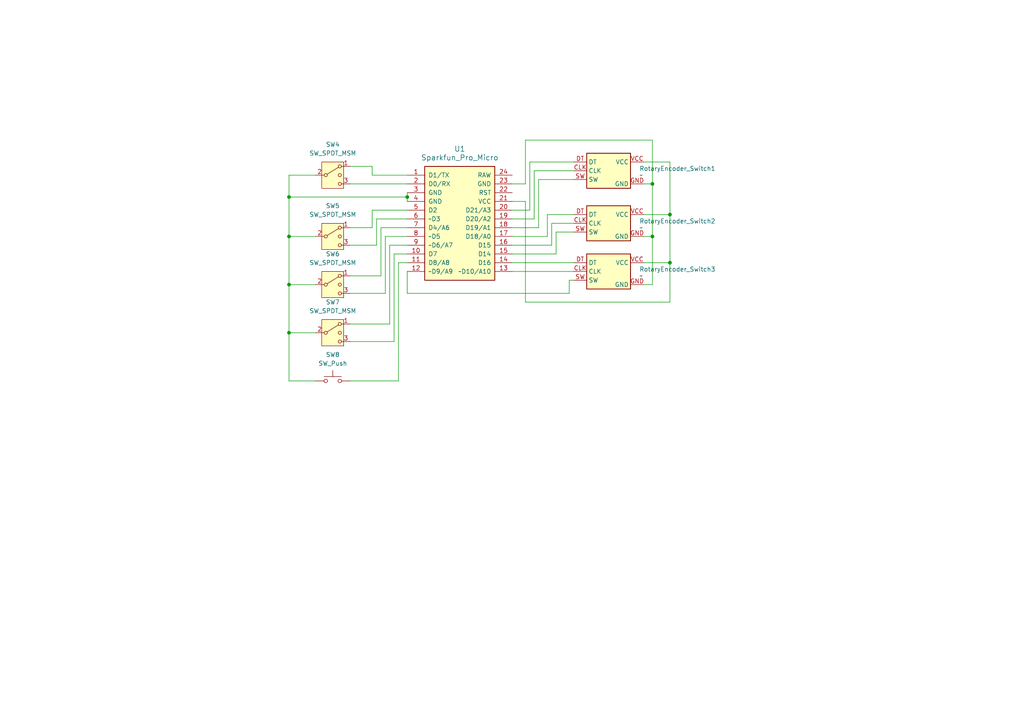
<source format=kicad_sch>
(kicad_sch
	(version 20231120)
	(generator "eeschema")
	(generator_version "8.0")
	(uuid "1e0e1b28-f6bb-4218-ab83-9b1d927bd31c")
	(paper "A4")
	(lib_symbols
		(symbol "Arduino:Sparkfun_Pro_Micro"
			(pin_names
				(offset 1.016)
			)
			(exclude_from_sim no)
			(in_bom yes)
			(on_board yes)
			(property "Reference" "U"
				(at -8.89 21.59 0)
				(effects
					(font
						(size 1.524 1.524)
					)
				)
			)
			(property "Value" "Sparkfun_Pro_Micro"
				(at 0 19.05 0)
				(effects
					(font
						(size 1.524 1.524)
					)
				)
			)
			(property "Footprint" "Arduino:Sparkfun_Pro_Micro"
				(at 0 -16.51 0)
				(effects
					(font
						(size 1.524 1.524)
					)
					(hide yes)
				)
			)
			(property "Datasheet" "https://www.sparkfun.com/products/12640"
				(at 2.54 -26.67 0)
				(effects
					(font
						(size 1.524 1.524)
					)
					(hide yes)
				)
			)
			(property "Description" "Sparkfun Pro Micro"
				(at 0 0 0)
				(effects
					(font
						(size 1.27 1.27)
					)
					(hide yes)
				)
			)
			(property "ki_keywords" "Arduino Sparkfun pro micro microcontroller module USB"
				(at 0 0 0)
				(effects
					(font
						(size 1.27 1.27)
					)
					(hide yes)
				)
			)
			(symbol "Sparkfun_Pro_Micro_0_1"
				(rectangle
					(start -10.16 17.78)
					(end 10.16 -15.24)
					(stroke
						(width 0.254)
						(type solid)
					)
					(fill
						(type background)
					)
				)
			)
			(symbol "Sparkfun_Pro_Micro_1_1"
				(pin bidirectional line
					(at -15.24 15.24 0)
					(length 5.08)
					(name "D1/TX"
						(effects
							(font
								(size 1.27 1.27)
							)
						)
					)
					(number "1"
						(effects
							(font
								(size 1.27 1.27)
							)
						)
					)
				)
				(pin bidirectional line
					(at -15.24 -7.62 0)
					(length 5.08)
					(name "D7"
						(effects
							(font
								(size 1.27 1.27)
							)
						)
					)
					(number "10"
						(effects
							(font
								(size 1.27 1.27)
							)
						)
					)
				)
				(pin bidirectional line
					(at -15.24 -10.16 0)
					(length 5.08)
					(name "D8/A8"
						(effects
							(font
								(size 1.27 1.27)
							)
						)
					)
					(number "11"
						(effects
							(font
								(size 1.27 1.27)
							)
						)
					)
				)
				(pin bidirectional line
					(at -15.24 -12.7 0)
					(length 5.08)
					(name "~D9/A9"
						(effects
							(font
								(size 1.27 1.27)
							)
						)
					)
					(number "12"
						(effects
							(font
								(size 1.27 1.27)
							)
						)
					)
				)
				(pin bidirectional line
					(at 15.24 -12.7 180)
					(length 5.08)
					(name "~D10/A10"
						(effects
							(font
								(size 1.27 1.27)
							)
						)
					)
					(number "13"
						(effects
							(font
								(size 1.27 1.27)
							)
						)
					)
				)
				(pin bidirectional line
					(at 15.24 -10.16 180)
					(length 5.08)
					(name "D16"
						(effects
							(font
								(size 1.27 1.27)
							)
						)
					)
					(number "14"
						(effects
							(font
								(size 1.27 1.27)
							)
						)
					)
				)
				(pin bidirectional line
					(at 15.24 -7.62 180)
					(length 5.08)
					(name "D14"
						(effects
							(font
								(size 1.27 1.27)
							)
						)
					)
					(number "15"
						(effects
							(font
								(size 1.27 1.27)
							)
						)
					)
				)
				(pin bidirectional line
					(at 15.24 -5.08 180)
					(length 5.08)
					(name "D15"
						(effects
							(font
								(size 1.27 1.27)
							)
						)
					)
					(number "16"
						(effects
							(font
								(size 1.27 1.27)
							)
						)
					)
				)
				(pin bidirectional line
					(at 15.24 -2.54 180)
					(length 5.08)
					(name "D18/A0"
						(effects
							(font
								(size 1.27 1.27)
							)
						)
					)
					(number "17"
						(effects
							(font
								(size 1.27 1.27)
							)
						)
					)
				)
				(pin bidirectional line
					(at 15.24 0 180)
					(length 5.08)
					(name "D19/A1"
						(effects
							(font
								(size 1.27 1.27)
							)
						)
					)
					(number "18"
						(effects
							(font
								(size 1.27 1.27)
							)
						)
					)
				)
				(pin bidirectional line
					(at 15.24 2.54 180)
					(length 5.08)
					(name "D20/A2"
						(effects
							(font
								(size 1.27 1.27)
							)
						)
					)
					(number "19"
						(effects
							(font
								(size 1.27 1.27)
							)
						)
					)
				)
				(pin bidirectional line
					(at -15.24 12.7 0)
					(length 5.08)
					(name "D0/RX"
						(effects
							(font
								(size 1.27 1.27)
							)
						)
					)
					(number "2"
						(effects
							(font
								(size 1.27 1.27)
							)
						)
					)
				)
				(pin bidirectional line
					(at 15.24 5.08 180)
					(length 5.08)
					(name "D21/A3"
						(effects
							(font
								(size 1.27 1.27)
							)
						)
					)
					(number "20"
						(effects
							(font
								(size 1.27 1.27)
							)
						)
					)
				)
				(pin power_in line
					(at 15.24 7.62 180)
					(length 5.08)
					(name "VCC"
						(effects
							(font
								(size 1.27 1.27)
							)
						)
					)
					(number "21"
						(effects
							(font
								(size 1.27 1.27)
							)
						)
					)
				)
				(pin input line
					(at 15.24 10.16 180)
					(length 5.08)
					(name "RST"
						(effects
							(font
								(size 1.27 1.27)
							)
						)
					)
					(number "22"
						(effects
							(font
								(size 1.27 1.27)
							)
						)
					)
				)
				(pin power_in line
					(at 15.24 12.7 180)
					(length 5.08)
					(name "GND"
						(effects
							(font
								(size 1.27 1.27)
							)
						)
					)
					(number "23"
						(effects
							(font
								(size 1.27 1.27)
							)
						)
					)
				)
				(pin power_in line
					(at 15.24 15.24 180)
					(length 5.08)
					(name "RAW"
						(effects
							(font
								(size 1.27 1.27)
							)
						)
					)
					(number "24"
						(effects
							(font
								(size 1.27 1.27)
							)
						)
					)
				)
				(pin power_in line
					(at -15.24 10.16 0)
					(length 5.08)
					(name "GND"
						(effects
							(font
								(size 1.27 1.27)
							)
						)
					)
					(number "3"
						(effects
							(font
								(size 1.27 1.27)
							)
						)
					)
				)
				(pin power_in line
					(at -15.24 7.62 0)
					(length 5.08)
					(name "GND"
						(effects
							(font
								(size 1.27 1.27)
							)
						)
					)
					(number "4"
						(effects
							(font
								(size 1.27 1.27)
							)
						)
					)
				)
				(pin bidirectional line
					(at -15.24 5.08 0)
					(length 5.08)
					(name "D2"
						(effects
							(font
								(size 1.27 1.27)
							)
						)
					)
					(number "5"
						(effects
							(font
								(size 1.27 1.27)
							)
						)
					)
				)
				(pin bidirectional line
					(at -15.24 2.54 0)
					(length 5.08)
					(name "~D3"
						(effects
							(font
								(size 1.27 1.27)
							)
						)
					)
					(number "6"
						(effects
							(font
								(size 1.27 1.27)
							)
						)
					)
				)
				(pin bidirectional line
					(at -15.24 0 0)
					(length 5.08)
					(name "D4/A6"
						(effects
							(font
								(size 1.27 1.27)
							)
						)
					)
					(number "7"
						(effects
							(font
								(size 1.27 1.27)
							)
						)
					)
				)
				(pin bidirectional line
					(at -15.24 -2.54 0)
					(length 5.08)
					(name "~D5"
						(effects
							(font
								(size 1.27 1.27)
							)
						)
					)
					(number "8"
						(effects
							(font
								(size 1.27 1.27)
							)
						)
					)
				)
				(pin bidirectional line
					(at -15.24 -5.08 0)
					(length 5.08)
					(name "~D6/A7"
						(effects
							(font
								(size 1.27 1.27)
							)
						)
					)
					(number "9"
						(effects
							(font
								(size 1.27 1.27)
							)
						)
					)
				)
			)
		)
		(symbol "ControllerSymbols:RotaryEncoder_Switch_KY40"
			(exclude_from_sim no)
			(in_bom yes)
			(on_board yes)
			(property "Reference" "RotaryEncoder_Switch"
				(at -0.254 -9.906 0)
				(effects
					(font
						(size 1.27 1.27)
					)
				)
			)
			(property "Value" ""
				(at -2.54 2.54 0)
				(effects
					(font
						(size 1.27 1.27)
					)
				)
			)
			(property "Footprint" ""
				(at -2.54 2.54 0)
				(effects
					(font
						(size 1.27 1.27)
					)
					(hide yes)
				)
			)
			(property "Datasheet" ""
				(at -2.54 2.54 0)
				(effects
					(font
						(size 1.27 1.27)
					)
					(hide yes)
				)
			)
			(property "Description" ""
				(at -2.54 2.54 0)
				(effects
					(font
						(size 1.27 1.27)
					)
					(hide yes)
				)
			)
			(symbol "RotaryEncoder_Switch_KY40_1_1"
				(rectangle
					(start -6.35 5.08)
					(end 6.35 -5.08)
					(stroke
						(width 0.254)
						(type default)
					)
					(fill
						(type color)
						(color 255 255 194 1)
					)
				)
				(pin passive line
					(at -10.16 0 0)
					(length 3.81)
					(name "CLK"
						(effects
							(font
								(size 1.27 1.27)
							)
						)
					)
					(number "CLK"
						(effects
							(font
								(size 1.27 1.27)
							)
						)
					)
				)
				(pin passive line
					(at -10.16 2.54 0)
					(length 3.81)
					(name "DT"
						(effects
							(font
								(size 1.27 1.27)
							)
						)
					)
					(number "DT"
						(effects
							(font
								(size 1.27 1.27)
							)
						)
					)
				)
				(pin passive line
					(at 10.16 -3.81 180)
					(length 3.81)
					(name "GND"
						(effects
							(font
								(size 1.27 1.27)
							)
						)
					)
					(number "GND"
						(effects
							(font
								(size 1.27 1.27)
							)
						)
					)
				)
				(pin passive line
					(at -10.16 -2.54 0)
					(length 3.81)
					(name "SW"
						(effects
							(font
								(size 1.27 1.27)
							)
						)
					)
					(number "SW"
						(effects
							(font
								(size 1.27 1.27)
							)
						)
					)
				)
				(pin input line
					(at 10.16 2.54 180)
					(length 3.81)
					(name "VCC"
						(effects
							(font
								(size 1.27 1.27)
							)
						)
					)
					(number "VCC"
						(effects
							(font
								(size 1.27 1.27)
							)
						)
					)
				)
			)
		)
		(symbol "Switch:SW_Push"
			(pin_numbers hide)
			(pin_names
				(offset 1.016) hide)
			(exclude_from_sim no)
			(in_bom yes)
			(on_board yes)
			(property "Reference" "SW"
				(at 1.27 2.54 0)
				(effects
					(font
						(size 1.27 1.27)
					)
					(justify left)
				)
			)
			(property "Value" "SW_Push"
				(at 0 -1.524 0)
				(effects
					(font
						(size 1.27 1.27)
					)
				)
			)
			(property "Footprint" ""
				(at 0 5.08 0)
				(effects
					(font
						(size 1.27 1.27)
					)
					(hide yes)
				)
			)
			(property "Datasheet" "~"
				(at 0 5.08 0)
				(effects
					(font
						(size 1.27 1.27)
					)
					(hide yes)
				)
			)
			(property "Description" "Push button switch, generic, two pins"
				(at 0 0 0)
				(effects
					(font
						(size 1.27 1.27)
					)
					(hide yes)
				)
			)
			(property "ki_keywords" "switch normally-open pushbutton push-button"
				(at 0 0 0)
				(effects
					(font
						(size 1.27 1.27)
					)
					(hide yes)
				)
			)
			(symbol "SW_Push_0_1"
				(circle
					(center -2.032 0)
					(radius 0.508)
					(stroke
						(width 0)
						(type default)
					)
					(fill
						(type none)
					)
				)
				(polyline
					(pts
						(xy 0 1.27) (xy 0 3.048)
					)
					(stroke
						(width 0)
						(type default)
					)
					(fill
						(type none)
					)
				)
				(polyline
					(pts
						(xy 2.54 1.27) (xy -2.54 1.27)
					)
					(stroke
						(width 0)
						(type default)
					)
					(fill
						(type none)
					)
				)
				(circle
					(center 2.032 0)
					(radius 0.508)
					(stroke
						(width 0)
						(type default)
					)
					(fill
						(type none)
					)
				)
				(pin passive line
					(at -5.08 0 0)
					(length 2.54)
					(name "1"
						(effects
							(font
								(size 1.27 1.27)
							)
						)
					)
					(number "1"
						(effects
							(font
								(size 1.27 1.27)
							)
						)
					)
				)
				(pin passive line
					(at 5.08 0 180)
					(length 2.54)
					(name "2"
						(effects
							(font
								(size 1.27 1.27)
							)
						)
					)
					(number "2"
						(effects
							(font
								(size 1.27 1.27)
							)
						)
					)
				)
			)
		)
		(symbol "Switch:SW_SPDT_MSM"
			(pin_names
				(offset 0) hide)
			(exclude_from_sim no)
			(in_bom yes)
			(on_board yes)
			(property "Reference" "SW"
				(at 0 5.08 0)
				(effects
					(font
						(size 1.27 1.27)
					)
				)
			)
			(property "Value" "SW_SPDT_MSM"
				(at 0 -5.08 0)
				(effects
					(font
						(size 1.27 1.27)
					)
				)
			)
			(property "Footprint" ""
				(at -13.97 11.43 0)
				(effects
					(font
						(size 1.27 1.27)
					)
					(hide yes)
				)
			)
			(property "Datasheet" "~"
				(at 0 -7.62 0)
				(effects
					(font
						(size 1.27 1.27)
					)
					(hide yes)
				)
			)
			(property "Description" "Switch, single pole double throw, center OFF position"
				(at 0 0 0)
				(effects
					(font
						(size 1.27 1.27)
					)
					(hide yes)
				)
			)
			(property "ki_keywords" "switch spdt single-pole double-throw ON-OFF-ON"
				(at 0 0 0)
				(effects
					(font
						(size 1.27 1.27)
					)
					(hide yes)
				)
			)
			(symbol "SW_SPDT_MSM_0_1"
				(circle
					(center -2.032 0)
					(radius 0.4572)
					(stroke
						(width 0)
						(type default)
					)
					(fill
						(type none)
					)
				)
				(polyline
					(pts
						(xy -1.651 0.254) (xy 1.651 2.286)
					)
					(stroke
						(width 0)
						(type default)
					)
					(fill
						(type none)
					)
				)
				(circle
					(center 2.032 -2.54)
					(radius 0.4572)
					(stroke
						(width 0)
						(type default)
					)
					(fill
						(type none)
					)
				)
				(circle
					(center 2.032 0)
					(radius 0.4572)
					(stroke
						(width 0)
						(type default)
					)
					(fill
						(type none)
					)
				)
				(circle
					(center 2.032 2.54)
					(radius 0.4572)
					(stroke
						(width 0)
						(type default)
					)
					(fill
						(type none)
					)
				)
			)
			(symbol "SW_SPDT_MSM_1_1"
				(rectangle
					(start -3.175 3.81)
					(end 3.175 -3.81)
					(stroke
						(width 0)
						(type default)
					)
					(fill
						(type background)
					)
				)
				(pin passive line
					(at 5.08 2.54 180)
					(length 2.54)
					(name "1"
						(effects
							(font
								(size 1.27 1.27)
							)
						)
					)
					(number "1"
						(effects
							(font
								(size 1.27 1.27)
							)
						)
					)
				)
				(pin passive line
					(at -5.08 0 0)
					(length 2.54)
					(name "3"
						(effects
							(font
								(size 1.27 1.27)
							)
						)
					)
					(number "2"
						(effects
							(font
								(size 1.27 1.27)
							)
						)
					)
				)
				(pin passive line
					(at 5.08 -2.54 180)
					(length 2.54)
					(name "4"
						(effects
							(font
								(size 1.27 1.27)
							)
						)
					)
					(number "3"
						(effects
							(font
								(size 1.27 1.27)
							)
						)
					)
				)
			)
		)
	)
	(junction
		(at 194.31 62.23)
		(diameter 0)
		(color 0 0 0 0)
		(uuid "2a78db63-fbb1-4aae-bbc6-c28543bb60ab")
	)
	(junction
		(at 83.82 82.55)
		(diameter 0)
		(color 0 0 0 0)
		(uuid "2ece2099-ff70-4b6b-a589-24577aad2efd")
	)
	(junction
		(at 189.23 53.34)
		(diameter 0)
		(color 0 0 0 0)
		(uuid "3073f974-17c5-4f39-9ea8-dadea65b3445")
	)
	(junction
		(at 189.23 68.58)
		(diameter 0)
		(color 0 0 0 0)
		(uuid "40de2bff-d4bf-4536-a1ad-d2366e50b566")
	)
	(junction
		(at 83.82 57.15)
		(diameter 0)
		(color 0 0 0 0)
		(uuid "8074d9d1-414b-40ae-ba30-2c9aa88475e5")
	)
	(junction
		(at 83.82 68.58)
		(diameter 0)
		(color 0 0 0 0)
		(uuid "90ce2e31-2eac-4d66-92a0-14e0429ccd2e")
	)
	(junction
		(at 194.31 76.2)
		(diameter 0)
		(color 0 0 0 0)
		(uuid "9a503ac1-5629-48ff-aa03-6039a6e8bac9")
	)
	(junction
		(at 83.82 96.52)
		(diameter 0)
		(color 0 0 0 0)
		(uuid "a50c5171-7d73-4cdb-9ba3-51ec0a892e4c")
	)
	(junction
		(at 118.11 57.15)
		(diameter 0)
		(color 0 0 0 0)
		(uuid "f27d5846-b529-47de-9335-220af017f79c")
	)
	(wire
		(pts
			(xy 153.67 46.99) (xy 153.67 60.96)
		)
		(stroke
			(width 0)
			(type default)
		)
		(uuid "065e6a11-1eb1-4aed-b642-bec5974c5bd2")
	)
	(wire
		(pts
			(xy 83.82 50.8) (xy 91.44 50.8)
		)
		(stroke
			(width 0)
			(type default)
		)
		(uuid "08a657a1-3ca6-4211-9987-eddcb6d535ad")
	)
	(wire
		(pts
			(xy 186.69 68.58) (xy 189.23 68.58)
		)
		(stroke
			(width 0)
			(type default)
		)
		(uuid "0d160f9b-2ce7-400e-9725-af3d136ad2fc")
	)
	(wire
		(pts
			(xy 83.82 82.55) (xy 83.82 96.52)
		)
		(stroke
			(width 0)
			(type default)
		)
		(uuid "0ddd7936-c8b0-4d42-97e0-fd60864c7cca")
	)
	(wire
		(pts
			(xy 186.69 76.2) (xy 194.31 76.2)
		)
		(stroke
			(width 0)
			(type default)
		)
		(uuid "14b272f2-3579-4b52-8078-c01806cc0b22")
	)
	(wire
		(pts
			(xy 148.59 66.04) (xy 156.21 66.04)
		)
		(stroke
			(width 0)
			(type default)
		)
		(uuid "1566f0c5-1d6e-4244-b717-09ac8df8d81f")
	)
	(wire
		(pts
			(xy 114.3 99.06) (xy 114.3 73.66)
		)
		(stroke
			(width 0)
			(type default)
		)
		(uuid "1573d640-35b1-449b-91df-b0fee0b2acc8")
	)
	(wire
		(pts
			(xy 161.29 67.31) (xy 161.29 73.66)
		)
		(stroke
			(width 0)
			(type default)
		)
		(uuid "15d2cc3b-22b7-4098-9e8b-ad99d25eadc5")
	)
	(wire
		(pts
			(xy 158.75 62.23) (xy 158.75 68.58)
		)
		(stroke
			(width 0)
			(type default)
		)
		(uuid "1799df96-b237-4c14-a48f-76230d9774c2")
	)
	(wire
		(pts
			(xy 189.23 68.58) (xy 189.23 82.55)
		)
		(stroke
			(width 0)
			(type default)
		)
		(uuid "18733719-3acf-4564-b630-02cafadf80b7")
	)
	(wire
		(pts
			(xy 83.82 68.58) (xy 83.82 82.55)
		)
		(stroke
			(width 0)
			(type default)
		)
		(uuid "1ca002cc-9857-45ff-ac85-0cca7ef0314b")
	)
	(wire
		(pts
			(xy 101.6 66.04) (xy 107.95 66.04)
		)
		(stroke
			(width 0)
			(type default)
		)
		(uuid "1e397656-9b23-46cc-82fd-b246368199e6")
	)
	(wire
		(pts
			(xy 110.49 66.04) (xy 118.11 66.04)
		)
		(stroke
			(width 0)
			(type default)
		)
		(uuid "21a4ded8-ea3f-4c66-9744-2597de15075d")
	)
	(wire
		(pts
			(xy 194.31 62.23) (xy 194.31 76.2)
		)
		(stroke
			(width 0)
			(type default)
		)
		(uuid "21e336b8-92e7-462c-b2a4-c30c973529b3")
	)
	(wire
		(pts
			(xy 107.95 60.96) (xy 118.11 60.96)
		)
		(stroke
			(width 0)
			(type default)
		)
		(uuid "28a78daa-3b2d-4360-ae91-a9c74d96a7da")
	)
	(wire
		(pts
			(xy 194.31 46.99) (xy 194.31 62.23)
		)
		(stroke
			(width 0)
			(type default)
		)
		(uuid "2d331c5b-b17f-4ca3-be67-a2e33336b1c8")
	)
	(wire
		(pts
			(xy 91.44 110.49) (xy 83.82 110.49)
		)
		(stroke
			(width 0)
			(type default)
		)
		(uuid "2d54ae91-e750-4fa6-95f0-f1b821d6c411")
	)
	(wire
		(pts
			(xy 83.82 68.58) (xy 91.44 68.58)
		)
		(stroke
			(width 0)
			(type default)
		)
		(uuid "30519c8a-667e-4992-8813-f48b402ccf1f")
	)
	(wire
		(pts
			(xy 166.37 67.31) (xy 161.29 67.31)
		)
		(stroke
			(width 0)
			(type default)
		)
		(uuid "3159e221-2bbc-4ec1-81a6-0751b3d4d138")
	)
	(wire
		(pts
			(xy 83.82 82.55) (xy 91.44 82.55)
		)
		(stroke
			(width 0)
			(type default)
		)
		(uuid "32ad655a-8519-4b3e-af6a-b7d88fc584ff")
	)
	(wire
		(pts
			(xy 114.3 73.66) (xy 118.11 73.66)
		)
		(stroke
			(width 0)
			(type default)
		)
		(uuid "338d9231-c7db-4471-a02a-cf261e2290eb")
	)
	(wire
		(pts
			(xy 166.37 64.77) (xy 160.02 64.77)
		)
		(stroke
			(width 0)
			(type default)
		)
		(uuid "35e92990-c190-4fa5-805b-d9a5fdc9b8dd")
	)
	(wire
		(pts
			(xy 118.11 85.09) (xy 165.1 85.09)
		)
		(stroke
			(width 0)
			(type default)
		)
		(uuid "391b4550-3c99-4a9a-bf91-0017bce587a3")
	)
	(wire
		(pts
			(xy 148.59 78.74) (xy 166.37 78.74)
		)
		(stroke
			(width 0)
			(type default)
		)
		(uuid "3a019cf0-32c6-4507-a3bc-0619d6f0eb06")
	)
	(wire
		(pts
			(xy 83.82 57.15) (xy 83.82 68.58)
		)
		(stroke
			(width 0)
			(type default)
		)
		(uuid "47aa2ad9-1503-4bc9-a01a-d3299d36715d")
	)
	(wire
		(pts
			(xy 148.59 71.12) (xy 160.02 71.12)
		)
		(stroke
			(width 0)
			(type default)
		)
		(uuid "492b57d5-087c-41c8-933e-87da9f3955cd")
	)
	(wire
		(pts
			(xy 107.95 48.26) (xy 107.95 50.8)
		)
		(stroke
			(width 0)
			(type default)
		)
		(uuid "4fc73aac-4007-465d-b296-f56aa79c52ae")
	)
	(wire
		(pts
			(xy 156.21 52.07) (xy 156.21 66.04)
		)
		(stroke
			(width 0)
			(type default)
		)
		(uuid "5d36d061-1378-4a20-853d-944f7ef37a6d")
	)
	(wire
		(pts
			(xy 186.69 82.55) (xy 189.23 82.55)
		)
		(stroke
			(width 0)
			(type default)
		)
		(uuid "5dbf0a90-0f97-47c3-9ffa-68441ce775fd")
	)
	(wire
		(pts
			(xy 101.6 71.12) (xy 109.22 71.12)
		)
		(stroke
			(width 0)
			(type default)
		)
		(uuid "62e2c489-386a-4b41-8bfe-70175cfb05da")
	)
	(wire
		(pts
			(xy 194.31 76.2) (xy 194.31 87.63)
		)
		(stroke
			(width 0)
			(type default)
		)
		(uuid "691a08a8-03f9-4635-a8c6-286c9c7a9059")
	)
	(wire
		(pts
			(xy 186.69 62.23) (xy 194.31 62.23)
		)
		(stroke
			(width 0)
			(type default)
		)
		(uuid "69339627-2640-4ce3-b82e-a643fd7db76a")
	)
	(wire
		(pts
			(xy 165.1 81.28) (xy 165.1 85.09)
		)
		(stroke
			(width 0)
			(type default)
		)
		(uuid "6a7c4047-3151-4e61-a970-99a64672cc5d")
	)
	(wire
		(pts
			(xy 186.69 53.34) (xy 189.23 53.34)
		)
		(stroke
			(width 0)
			(type default)
		)
		(uuid "6aed3711-7b56-4820-8bbf-45d06944a6ea")
	)
	(wire
		(pts
			(xy 111.76 68.58) (xy 118.11 68.58)
		)
		(stroke
			(width 0)
			(type default)
		)
		(uuid "6b36466e-d5c6-4359-b446-40cb4a8a33e2")
	)
	(wire
		(pts
			(xy 194.31 87.63) (xy 152.4 87.63)
		)
		(stroke
			(width 0)
			(type default)
		)
		(uuid "6ca5909c-9e95-4d24-8dac-803ed262f2a7")
	)
	(wire
		(pts
			(xy 118.11 57.15) (xy 118.11 55.88)
		)
		(stroke
			(width 0)
			(type default)
		)
		(uuid "6e42c475-6cfd-4061-a49e-fbe6c85ef1a5")
	)
	(wire
		(pts
			(xy 189.23 40.64) (xy 152.4 40.64)
		)
		(stroke
			(width 0)
			(type default)
		)
		(uuid "72435f28-ed99-42eb-8694-dc64a441cd46")
	)
	(wire
		(pts
			(xy 152.4 40.64) (xy 152.4 53.34)
		)
		(stroke
			(width 0)
			(type default)
		)
		(uuid "7431bd0d-e01f-41f5-90fa-b74b5c1264c2")
	)
	(wire
		(pts
			(xy 107.95 50.8) (xy 118.11 50.8)
		)
		(stroke
			(width 0)
			(type default)
		)
		(uuid "758926a0-8d00-4cd8-bc7f-843de5047334")
	)
	(wire
		(pts
			(xy 166.37 52.07) (xy 156.21 52.07)
		)
		(stroke
			(width 0)
			(type default)
		)
		(uuid "76db8daa-b847-4535-bade-d7ce727d7795")
	)
	(wire
		(pts
			(xy 101.6 93.98) (xy 113.03 93.98)
		)
		(stroke
			(width 0)
			(type default)
		)
		(uuid "7a6ebd9d-9549-4535-a30c-b1dedbc6544c")
	)
	(wire
		(pts
			(xy 118.11 57.15) (xy 118.11 58.42)
		)
		(stroke
			(width 0)
			(type default)
		)
		(uuid "7d7c3f88-ec98-435b-afd0-0ead4958bb3a")
	)
	(wire
		(pts
			(xy 189.23 53.34) (xy 189.23 68.58)
		)
		(stroke
			(width 0)
			(type default)
		)
		(uuid "7eadd0a5-1c4f-4a3f-8633-cababc63e1fe")
	)
	(wire
		(pts
			(xy 107.95 60.96) (xy 107.95 66.04)
		)
		(stroke
			(width 0)
			(type default)
		)
		(uuid "82b9ddc4-ba84-47ec-ba75-30244793335b")
	)
	(wire
		(pts
			(xy 152.4 53.34) (xy 148.59 53.34)
		)
		(stroke
			(width 0)
			(type default)
		)
		(uuid "88a0ac45-75eb-4e0b-91bb-e9463910e986")
	)
	(wire
		(pts
			(xy 83.82 57.15) (xy 118.11 57.15)
		)
		(stroke
			(width 0)
			(type default)
		)
		(uuid "8d43842b-209e-4e9f-8e36-898b53bf8b68")
	)
	(wire
		(pts
			(xy 111.76 85.09) (xy 111.76 68.58)
		)
		(stroke
			(width 0)
			(type default)
		)
		(uuid "8ecc0b28-5a7d-4b3f-a104-0a8871169c38")
	)
	(wire
		(pts
			(xy 113.03 71.12) (xy 118.11 71.12)
		)
		(stroke
			(width 0)
			(type default)
		)
		(uuid "917ba88b-c85c-4a94-bf06-00997a41a4b2")
	)
	(wire
		(pts
			(xy 161.29 73.66) (xy 148.59 73.66)
		)
		(stroke
			(width 0)
			(type default)
		)
		(uuid "932707b1-cf7a-4633-8ba4-58a3a41a297d")
	)
	(wire
		(pts
			(xy 107.95 48.26) (xy 101.6 48.26)
		)
		(stroke
			(width 0)
			(type default)
		)
		(uuid "9675bed2-4732-4c95-8dab-6aaaf72c8d1b")
	)
	(wire
		(pts
			(xy 115.57 110.49) (xy 115.57 76.2)
		)
		(stroke
			(width 0)
			(type default)
		)
		(uuid "972bb155-1f9c-4652-8d0c-58e9d057ef1f")
	)
	(wire
		(pts
			(xy 109.22 71.12) (xy 109.22 63.5)
		)
		(stroke
			(width 0)
			(type default)
		)
		(uuid "978d9607-aee4-4e8d-8221-7174662b7805")
	)
	(wire
		(pts
			(xy 158.75 68.58) (xy 148.59 68.58)
		)
		(stroke
			(width 0)
			(type default)
		)
		(uuid "9b17b5fc-eb17-4ae9-bb0f-b12df45d2fd7")
	)
	(wire
		(pts
			(xy 110.49 80.01) (xy 110.49 66.04)
		)
		(stroke
			(width 0)
			(type default)
		)
		(uuid "9d3f46d9-a4b9-4587-9e22-f7c6d1a86aec")
	)
	(wire
		(pts
			(xy 186.69 46.99) (xy 194.31 46.99)
		)
		(stroke
			(width 0)
			(type default)
		)
		(uuid "9e513904-b2ca-40de-a70b-2c8f7c077f89")
	)
	(wire
		(pts
			(xy 101.6 99.06) (xy 114.3 99.06)
		)
		(stroke
			(width 0)
			(type default)
		)
		(uuid "9e68aeb0-42ac-40ea-b59d-3dba1e01123a")
	)
	(wire
		(pts
			(xy 83.82 50.8) (xy 83.82 57.15)
		)
		(stroke
			(width 0)
			(type default)
		)
		(uuid "a063d919-74a7-409f-8480-688ba0cab162")
	)
	(wire
		(pts
			(xy 101.6 85.09) (xy 111.76 85.09)
		)
		(stroke
			(width 0)
			(type default)
		)
		(uuid "a38d5d20-3c77-444c-b89a-31efb397f2ee")
	)
	(wire
		(pts
			(xy 101.6 53.34) (xy 118.11 53.34)
		)
		(stroke
			(width 0)
			(type default)
		)
		(uuid "a5d24861-4850-4c4e-b45f-2efff01c3c67")
	)
	(wire
		(pts
			(xy 83.82 96.52) (xy 83.82 110.49)
		)
		(stroke
			(width 0)
			(type default)
		)
		(uuid "aa39256c-d020-438e-884c-81bbba6bb32e")
	)
	(wire
		(pts
			(xy 152.4 87.63) (xy 152.4 58.42)
		)
		(stroke
			(width 0)
			(type default)
		)
		(uuid "ab4c92d0-1c95-4856-83c5-468f8313e4fd")
	)
	(wire
		(pts
			(xy 115.57 76.2) (xy 118.11 76.2)
		)
		(stroke
			(width 0)
			(type default)
		)
		(uuid "b076f8c6-a2ca-440e-8bbb-720a653042fe")
	)
	(wire
		(pts
			(xy 154.94 63.5) (xy 148.59 63.5)
		)
		(stroke
			(width 0)
			(type default)
		)
		(uuid "b46ef688-a32f-4dbf-b65d-8dfde7c9a9e0")
	)
	(wire
		(pts
			(xy 101.6 80.01) (xy 110.49 80.01)
		)
		(stroke
			(width 0)
			(type default)
		)
		(uuid "b898659c-eed9-4dc7-9154-662d7f067717")
	)
	(wire
		(pts
			(xy 166.37 49.53) (xy 154.94 49.53)
		)
		(stroke
			(width 0)
			(type default)
		)
		(uuid "b9ad281f-00d8-4c51-9129-4ecec8b0a65c")
	)
	(wire
		(pts
			(xy 83.82 96.52) (xy 91.44 96.52)
		)
		(stroke
			(width 0)
			(type default)
		)
		(uuid "ba3abd40-2493-4fa0-8376-993672116d72")
	)
	(wire
		(pts
			(xy 148.59 76.2) (xy 166.37 76.2)
		)
		(stroke
			(width 0)
			(type default)
		)
		(uuid "c00ad770-f750-4a2c-8101-1895ca54fdaf")
	)
	(wire
		(pts
			(xy 152.4 58.42) (xy 148.59 58.42)
		)
		(stroke
			(width 0)
			(type default)
		)
		(uuid "cc389542-67f9-4f0b-b285-6673892ed97a")
	)
	(wire
		(pts
			(xy 166.37 62.23) (xy 158.75 62.23)
		)
		(stroke
			(width 0)
			(type default)
		)
		(uuid "cc657c29-0e44-4aa8-a608-eed52a6216ef")
	)
	(wire
		(pts
			(xy 148.59 60.96) (xy 153.67 60.96)
		)
		(stroke
			(width 0)
			(type default)
		)
		(uuid "d12ad697-0180-42c9-ba04-7790b8b64254")
	)
	(wire
		(pts
			(xy 165.1 81.28) (xy 166.37 81.28)
		)
		(stroke
			(width 0)
			(type default)
		)
		(uuid "d2b766e3-d5e3-4ae9-abc1-c36a5aec6bfe")
	)
	(wire
		(pts
			(xy 189.23 53.34) (xy 189.23 40.64)
		)
		(stroke
			(width 0)
			(type default)
		)
		(uuid "d2fe9c16-5e4c-42ae-8986-c66f3156559c")
	)
	(wire
		(pts
			(xy 154.94 49.53) (xy 154.94 63.5)
		)
		(stroke
			(width 0)
			(type default)
		)
		(uuid "d37c9256-c748-4bfc-9bb7-bcd1137b59b9")
	)
	(wire
		(pts
			(xy 101.6 110.49) (xy 115.57 110.49)
		)
		(stroke
			(width 0)
			(type default)
		)
		(uuid "d5768679-b64f-4554-ac84-16fecc72b78e")
	)
	(wire
		(pts
			(xy 113.03 93.98) (xy 113.03 71.12)
		)
		(stroke
			(width 0)
			(type default)
		)
		(uuid "dce86afb-6328-4d3d-81c1-876d7c13309c")
	)
	(wire
		(pts
			(xy 109.22 63.5) (xy 118.11 63.5)
		)
		(stroke
			(width 0)
			(type default)
		)
		(uuid "e264703f-9038-4ca0-89f7-148b7957ae0a")
	)
	(wire
		(pts
			(xy 118.11 85.09) (xy 118.11 78.74)
		)
		(stroke
			(width 0)
			(type default)
		)
		(uuid "e36fad53-587b-4736-9319-eb7384a3c3f9")
	)
	(wire
		(pts
			(xy 160.02 64.77) (xy 160.02 71.12)
		)
		(stroke
			(width 0)
			(type default)
		)
		(uuid "fd6637f6-d0b2-4323-8f09-126292c11728")
	)
	(wire
		(pts
			(xy 166.37 46.99) (xy 153.67 46.99)
		)
		(stroke
			(width 0)
			(type default)
		)
		(uuid "fe18bbdf-8f99-49b7-a06c-65d144f3e73d")
	)
	(symbol
		(lib_id "Switch:SW_SPDT_MSM")
		(at 96.52 50.8 0)
		(unit 1)
		(exclude_from_sim no)
		(in_bom yes)
		(on_board yes)
		(dnp no)
		(fields_autoplaced yes)
		(uuid "001cb362-6d57-4a50-b810-5e84dac98ef0")
		(property "Reference" "SW4"
			(at 96.52 41.91 0)
			(effects
				(font
					(size 1.27 1.27)
				)
			)
		)
		(property "Value" "SW_SPDT_MSM"
			(at 96.52 44.45 0)
			(effects
				(font
					(size 1.27 1.27)
				)
			)
		)
		(property "Footprint" ""
			(at 82.55 39.37 0)
			(effects
				(font
					(size 1.27 1.27)
				)
				(hide yes)
			)
		)
		(property "Datasheet" "~"
			(at 96.52 58.42 0)
			(effects
				(font
					(size 1.27 1.27)
				)
				(hide yes)
			)
		)
		(property "Description" "Switch, single pole double throw, center OFF position"
			(at 96.52 50.8 0)
			(effects
				(font
					(size 1.27 1.27)
				)
				(hide yes)
			)
		)
		(pin "1"
			(uuid "31d4b73c-507e-4b12-bf82-2266e64a0915")
		)
		(pin "3"
			(uuid "5733b62d-f3d3-4cfa-b465-6749a73af51a")
		)
		(pin "2"
			(uuid "0ab54408-36dc-492e-98a4-7705b233f506")
		)
		(instances
			(project ""
				(path "/1e0e1b28-f6bb-4218-ab83-9b1d927bd31c"
					(reference "SW4")
					(unit 1)
				)
			)
		)
	)
	(symbol
		(lib_id "Switch:SW_Push")
		(at 96.52 110.49 0)
		(unit 1)
		(exclude_from_sim no)
		(in_bom yes)
		(on_board yes)
		(dnp no)
		(fields_autoplaced yes)
		(uuid "302b391b-1a6d-46df-9095-bc7d34ec070a")
		(property "Reference" "SW8"
			(at 96.52 102.87 0)
			(effects
				(font
					(size 1.27 1.27)
				)
			)
		)
		(property "Value" "SW_Push"
			(at 96.52 105.41 0)
			(effects
				(font
					(size 1.27 1.27)
				)
			)
		)
		(property "Footprint" ""
			(at 96.52 105.41 0)
			(effects
				(font
					(size 1.27 1.27)
				)
				(hide yes)
			)
		)
		(property "Datasheet" "~"
			(at 96.52 105.41 0)
			(effects
				(font
					(size 1.27 1.27)
				)
				(hide yes)
			)
		)
		(property "Description" "Push button switch, generic, two pins"
			(at 96.52 110.49 0)
			(effects
				(font
					(size 1.27 1.27)
				)
				(hide yes)
			)
		)
		(pin "1"
			(uuid "05d39d4f-5b56-4008-810f-490893ae2d3d")
		)
		(pin "2"
			(uuid "4b61f556-fb70-40f7-b78e-e813a5522780")
		)
		(instances
			(project ""
				(path "/1e0e1b28-f6bb-4218-ab83-9b1d927bd31c"
					(reference "SW8")
					(unit 1)
				)
			)
		)
	)
	(symbol
		(lib_id "Arduino:Sparkfun_Pro_Micro")
		(at 133.35 66.04 0)
		(unit 1)
		(exclude_from_sim no)
		(in_bom yes)
		(on_board yes)
		(dnp no)
		(fields_autoplaced yes)
		(uuid "5dae729d-8873-4d7b-8287-39bf283b8b2a")
		(property "Reference" "U1"
			(at 133.35 43.18 0)
			(effects
				(font
					(size 1.524 1.524)
				)
			)
		)
		(property "Value" "Sparkfun_Pro_Micro"
			(at 133.35 45.72 0)
			(effects
				(font
					(size 1.524 1.524)
				)
			)
		)
		(property "Footprint" "Arduino:Sparkfun_Pro_Micro"
			(at 133.35 82.55 0)
			(effects
				(font
					(size 1.524 1.524)
				)
				(hide yes)
			)
		)
		(property "Datasheet" "https://www.sparkfun.com/products/12640"
			(at 135.89 92.71 0)
			(effects
				(font
					(size 1.524 1.524)
				)
				(hide yes)
			)
		)
		(property "Description" "Sparkfun Pro Micro"
			(at 133.35 66.04 0)
			(effects
				(font
					(size 1.27 1.27)
				)
				(hide yes)
			)
		)
		(pin "14"
			(uuid "b77745b7-31dd-4ebf-9ae5-e0a7e6c91252")
		)
		(pin "6"
			(uuid "1fa05c53-c99b-4a8b-80ce-12452c6bd65e")
		)
		(pin "12"
			(uuid "e2899228-0686-4956-8953-c57f3bfa5553")
		)
		(pin "4"
			(uuid "9465c6c8-222f-4cf3-8a72-833907c20847")
		)
		(pin "23"
			(uuid "a0dd7d0a-edd3-4050-9397-55aacbb0b212")
		)
		(pin "24"
			(uuid "5dba390d-0e5c-4c03-aee1-c586492c2f50")
		)
		(pin "5"
			(uuid "c34c4a45-3b71-4551-a1fe-edb99146f548")
		)
		(pin "15"
			(uuid "846d5db4-e27d-4527-920c-81e484017518")
		)
		(pin "9"
			(uuid "86125ec1-8f3f-491c-bcc2-45703335bf33")
		)
		(pin "10"
			(uuid "e99a18c0-c2d5-4dd6-a2ba-400784c94cf8")
		)
		(pin "16"
			(uuid "ac6e3e8d-c00e-4575-b568-a0325d46c714")
		)
		(pin "1"
			(uuid "af9258c5-e5d7-43ab-bd6f-5380f3457ccd")
		)
		(pin "2"
			(uuid "98f9c37f-f42d-42fe-bb87-fd35e98c519b")
		)
		(pin "20"
			(uuid "e7b8990b-f65a-45e2-8730-1abecae0b5a5")
		)
		(pin "8"
			(uuid "6a41495d-e439-4356-bddc-9e2e51c81408")
		)
		(pin "3"
			(uuid "2b9a033d-a2dd-469a-aad2-d7f3fb699bc3")
		)
		(pin "13"
			(uuid "6e47fbc7-9658-48d8-a14d-65b6b0de49b7")
		)
		(pin "17"
			(uuid "e1e7fee9-ddb0-42e9-86fe-3fcf58ee75e3")
		)
		(pin "11"
			(uuid "86159c0c-425a-4ff4-bb31-e30a9f4aaa98")
		)
		(pin "19"
			(uuid "dc5aefaf-80b7-4995-a871-148168215a4a")
		)
		(pin "22"
			(uuid "3db6437a-9cd3-4a5c-8c33-c60617bb2fa6")
		)
		(pin "21"
			(uuid "3e18f3ce-1cb4-47c3-98a8-848c0d7078bf")
		)
		(pin "7"
			(uuid "d42f5942-1c7c-463a-9ddf-bc0eb318bff9")
		)
		(pin "18"
			(uuid "b9a40140-7b92-4723-8a37-4ebee66e439c")
		)
		(instances
			(project ""
				(path "/1e0e1b28-f6bb-4218-ab83-9b1d927bd31c"
					(reference "U1")
					(unit 1)
				)
			)
		)
	)
	(symbol
		(lib_id "ControllerSymbols:RotaryEncoder_Switch_KY40")
		(at 176.53 49.53 0)
		(unit 1)
		(exclude_from_sim no)
		(in_bom yes)
		(on_board yes)
		(dnp no)
		(fields_autoplaced yes)
		(uuid "77f1cc69-ffcd-4a99-b4a3-90d389632a19")
		(property "Reference" "RotaryEncoder_Switch1"
			(at 185.42 48.8949 0)
			(effects
				(font
					(size 1.27 1.27)
				)
				(justify left)
			)
		)
		(property "Value" "~"
			(at 185.42 50.8 0)
			(effects
				(font
					(size 1.27 1.27)
				)
				(justify left)
			)
		)
		(property "Footprint" ""
			(at 173.99 46.99 0)
			(effects
				(font
					(size 1.27 1.27)
				)
				(hide yes)
			)
		)
		(property "Datasheet" ""
			(at 173.99 46.99 0)
			(effects
				(font
					(size 1.27 1.27)
				)
				(hide yes)
			)
		)
		(property "Description" ""
			(at 173.99 46.99 0)
			(effects
				(font
					(size 1.27 1.27)
				)
				(hide yes)
			)
		)
		(pin "GND"
			(uuid "3ced0fa0-dd38-44d5-9238-6a5b6ccbecea")
		)
		(pin "VCC"
			(uuid "68bca383-cc73-468e-8ca7-a5bc6c704201")
		)
		(pin "SW"
			(uuid "6165be65-4db3-4db3-8de7-2337e204fadf")
		)
		(pin "DT"
			(uuid "547d1ed2-f466-4fc3-8831-d6ebcbd3e54d")
		)
		(pin "CLK"
			(uuid "0cf60376-64a7-4084-8ee4-3ce4ad791a8f")
		)
		(instances
			(project ""
				(path "/1e0e1b28-f6bb-4218-ab83-9b1d927bd31c"
					(reference "RotaryEncoder_Switch1")
					(unit 1)
				)
			)
		)
	)
	(symbol
		(lib_id "Switch:SW_SPDT_MSM")
		(at 96.52 96.52 0)
		(unit 1)
		(exclude_from_sim no)
		(in_bom yes)
		(on_board yes)
		(dnp no)
		(fields_autoplaced yes)
		(uuid "88d3f354-09e7-4c84-bfb3-988302ae734e")
		(property "Reference" "SW7"
			(at 96.52 87.63 0)
			(effects
				(font
					(size 1.27 1.27)
				)
			)
		)
		(property "Value" "SW_SPDT_MSM"
			(at 96.52 90.17 0)
			(effects
				(font
					(size 1.27 1.27)
				)
			)
		)
		(property "Footprint" ""
			(at 82.55 85.09 0)
			(effects
				(font
					(size 1.27 1.27)
				)
				(hide yes)
			)
		)
		(property "Datasheet" "~"
			(at 96.52 104.14 0)
			(effects
				(font
					(size 1.27 1.27)
				)
				(hide yes)
			)
		)
		(property "Description" "Switch, single pole double throw, center OFF position"
			(at 96.52 96.52 0)
			(effects
				(font
					(size 1.27 1.27)
				)
				(hide yes)
			)
		)
		(pin "1"
			(uuid "83ba98fe-26ab-49f8-8c43-5c73a1016569")
		)
		(pin "3"
			(uuid "276fdc45-48a2-4183-877c-f1260fa9b326")
		)
		(pin "2"
			(uuid "b78d6527-3e02-4062-8e57-5c0ca416f4fa")
		)
		(instances
			(project "dcs_control"
				(path "/1e0e1b28-f6bb-4218-ab83-9b1d927bd31c"
					(reference "SW7")
					(unit 1)
				)
			)
		)
	)
	(symbol
		(lib_id "ControllerSymbols:RotaryEncoder_Switch_KY40")
		(at 176.53 64.77 0)
		(unit 1)
		(exclude_from_sim no)
		(in_bom yes)
		(on_board yes)
		(dnp no)
		(fields_autoplaced yes)
		(uuid "c02f07be-9e63-4df8-b421-e6353b520684")
		(property "Reference" "RotaryEncoder_Switch2"
			(at 185.42 64.1349 0)
			(effects
				(font
					(size 1.27 1.27)
				)
				(justify left)
			)
		)
		(property "Value" "~"
			(at 185.42 66.04 0)
			(effects
				(font
					(size 1.27 1.27)
				)
				(justify left)
			)
		)
		(property "Footprint" ""
			(at 173.99 62.23 0)
			(effects
				(font
					(size 1.27 1.27)
				)
				(hide yes)
			)
		)
		(property "Datasheet" ""
			(at 173.99 62.23 0)
			(effects
				(font
					(size 1.27 1.27)
				)
				(hide yes)
			)
		)
		(property "Description" ""
			(at 173.99 62.23 0)
			(effects
				(font
					(size 1.27 1.27)
				)
				(hide yes)
			)
		)
		(pin "DT"
			(uuid "0b5f4b05-d2ef-4d4c-a562-b044be013116")
		)
		(pin "CLK"
			(uuid "001d13bd-883b-4e3e-8522-9b8f2626e7f9")
		)
		(pin "GND"
			(uuid "916acce5-a9d1-40e3-bc19-5d97c8d10a1e")
		)
		(pin "VCC"
			(uuid "109ecaad-bd6a-460f-904f-9867a7cfc95d")
		)
		(pin "SW"
			(uuid "0172164e-a2a9-4070-95c3-4340b156fcb7")
		)
		(instances
			(project ""
				(path "/1e0e1b28-f6bb-4218-ab83-9b1d927bd31c"
					(reference "RotaryEncoder_Switch2")
					(unit 1)
				)
			)
		)
	)
	(symbol
		(lib_id "ControllerSymbols:RotaryEncoder_Switch_KY40")
		(at 176.53 78.74 0)
		(unit 1)
		(exclude_from_sim no)
		(in_bom yes)
		(on_board yes)
		(dnp no)
		(fields_autoplaced yes)
		(uuid "c4f9cb5f-ce49-4784-99c1-d84266228aa8")
		(property "Reference" "RotaryEncoder_Switch3"
			(at 185.42 78.1049 0)
			(effects
				(font
					(size 1.27 1.27)
				)
				(justify left)
			)
		)
		(property "Value" "~"
			(at 185.42 80.01 0)
			(effects
				(font
					(size 1.27 1.27)
				)
				(justify left)
			)
		)
		(property "Footprint" ""
			(at 173.99 76.2 0)
			(effects
				(font
					(size 1.27 1.27)
				)
				(hide yes)
			)
		)
		(property "Datasheet" ""
			(at 173.99 76.2 0)
			(effects
				(font
					(size 1.27 1.27)
				)
				(hide yes)
			)
		)
		(property "Description" ""
			(at 173.99 76.2 0)
			(effects
				(font
					(size 1.27 1.27)
				)
				(hide yes)
			)
		)
		(pin "DT"
			(uuid "e1650c50-a8ed-44e5-9ada-706566bddb18")
		)
		(pin "VCC"
			(uuid "0d192484-4db1-4a6d-b7fd-7251c4361cf4")
		)
		(pin "SW"
			(uuid "9c6fad91-ca13-4703-89ab-1c4fa8d73485")
		)
		(pin "GND"
			(uuid "082fc035-f559-43c8-96a7-666425bc8b80")
		)
		(pin "CLK"
			(uuid "8b7ac771-848c-4fc6-95bc-e68a5dc976a7")
		)
		(instances
			(project ""
				(path "/1e0e1b28-f6bb-4218-ab83-9b1d927bd31c"
					(reference "RotaryEncoder_Switch3")
					(unit 1)
				)
			)
		)
	)
	(symbol
		(lib_id "Switch:SW_SPDT_MSM")
		(at 96.52 82.55 0)
		(unit 1)
		(exclude_from_sim no)
		(in_bom yes)
		(on_board yes)
		(dnp no)
		(fields_autoplaced yes)
		(uuid "c5117de3-951e-41ee-87dc-260d6505e649")
		(property "Reference" "SW6"
			(at 96.52 73.66 0)
			(effects
				(font
					(size 1.27 1.27)
				)
			)
		)
		(property "Value" "SW_SPDT_MSM"
			(at 96.52 76.2 0)
			(effects
				(font
					(size 1.27 1.27)
				)
			)
		)
		(property "Footprint" ""
			(at 82.55 71.12 0)
			(effects
				(font
					(size 1.27 1.27)
				)
				(hide yes)
			)
		)
		(property "Datasheet" "~"
			(at 96.52 90.17 0)
			(effects
				(font
					(size 1.27 1.27)
				)
				(hide yes)
			)
		)
		(property "Description" "Switch, single pole double throw, center OFF position"
			(at 96.52 82.55 0)
			(effects
				(font
					(size 1.27 1.27)
				)
				(hide yes)
			)
		)
		(pin "1"
			(uuid "5044170e-5f98-4d59-b97f-40bf56f84443")
		)
		(pin "3"
			(uuid "2634919c-bad7-4f7f-94f7-d73ef145de02")
		)
		(pin "2"
			(uuid "0660e460-176f-4f4c-9645-813feb942435")
		)
		(instances
			(project "dcs_control"
				(path "/1e0e1b28-f6bb-4218-ab83-9b1d927bd31c"
					(reference "SW6")
					(unit 1)
				)
			)
		)
	)
	(symbol
		(lib_id "Switch:SW_SPDT_MSM")
		(at 96.52 68.58 0)
		(unit 1)
		(exclude_from_sim no)
		(in_bom yes)
		(on_board yes)
		(dnp no)
		(fields_autoplaced yes)
		(uuid "dda1753b-cb7d-4e96-a0a8-01a6e16c3557")
		(property "Reference" "SW5"
			(at 96.52 59.69 0)
			(effects
				(font
					(size 1.27 1.27)
				)
			)
		)
		(property "Value" "SW_SPDT_MSM"
			(at 96.52 62.23 0)
			(effects
				(font
					(size 1.27 1.27)
				)
			)
		)
		(property "Footprint" ""
			(at 82.55 57.15 0)
			(effects
				(font
					(size 1.27 1.27)
				)
				(hide yes)
			)
		)
		(property "Datasheet" "~"
			(at 96.52 76.2 0)
			(effects
				(font
					(size 1.27 1.27)
				)
				(hide yes)
			)
		)
		(property "Description" "Switch, single pole double throw, center OFF position"
			(at 96.52 68.58 0)
			(effects
				(font
					(size 1.27 1.27)
				)
				(hide yes)
			)
		)
		(pin "1"
			(uuid "853ef2e0-9764-467b-92e4-b12574864d43")
		)
		(pin "3"
			(uuid "9d4c49f8-b584-4523-9068-46408eb5c671")
		)
		(pin "2"
			(uuid "eb92abce-7d7e-45c7-a34e-096d779308ff")
		)
		(instances
			(project "dcs_control"
				(path "/1e0e1b28-f6bb-4218-ab83-9b1d927bd31c"
					(reference "SW5")
					(unit 1)
				)
			)
		)
	)
	(sheet_instances
		(path "/"
			(page "1")
		)
	)
)

</source>
